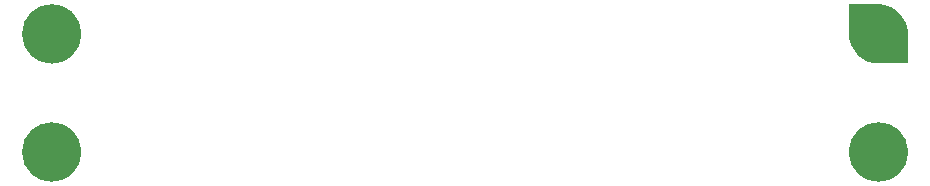
<source format=gts>
%TF.GenerationSoftware,KiCad,Pcbnew,9.0.6-9.0.6~ubuntu22.04.1*%
%TF.CreationDate,2026-01-23T17:01:31+00:00*%
%TF.ProjectId,mm_jacdaptor,6d6d5f6a-6163-4646-9170-746f722e6b69,v0.4*%
%TF.SameCoordinates,PX8d24d00PY37ca3a0*%
%TF.FileFunction,Soldermask,Top*%
%TF.FilePolarity,Negative*%
%FSLAX45Y45*%
G04 Gerber Fmt 4.5, Leading zero omitted, Abs format (unit mm)*
G04 Created by KiCad (PCBNEW 9.0.6-9.0.6~ubuntu22.04.1) date 2026-01-23 17:01:31*
%MOMM*%
%LPD*%
G01*
G04 APERTURE LIST*
%ADD10C,2.500000*%
%ADD11C,0.000000*%
G04 APERTURE END LIST*
%TO.C,MH3*%
D10*
X-3375000Y1100000D02*
G75*
G02*
X-3625000Y1100000I-125000J0D01*
G01*
X-3625000Y1100000D02*
G75*
G02*
X-3375000Y1100000I125000J0D01*
G01*
%TO.C,MH4*%
X3625000Y100000D02*
G75*
G02*
X3375000Y100000I-125000J0D01*
G01*
X3375000Y100000D02*
G75*
G02*
X3625000Y100000I125000J0D01*
G01*
%TO.C,MH2*%
X-3375000Y100000D02*
G75*
G02*
X-3625000Y100000I-125000J0D01*
G01*
X-3625000Y100000D02*
G75*
G02*
X-3375000Y100000I125000J0D01*
G01*
D11*
%TO.C,MH1*%
G36*
X3500000Y1349507D02*
G01*
X3515698Y1349507D01*
X3546845Y1345572D01*
X3577254Y1337764D01*
X3606445Y1326207D01*
X3633957Y1311082D01*
X3659356Y1292628D01*
X3682242Y1271137D01*
X3702254Y1246946D01*
X3719077Y1220439D01*
X3732444Y1192031D01*
X3742146Y1162173D01*
X3748029Y1131333D01*
X3750000Y1100000D01*
X3750000Y850000D01*
X3500000Y850000D01*
X3500000Y850493D01*
X3484302Y850493D01*
X3453155Y854428D01*
X3422746Y862236D01*
X3393555Y873793D01*
X3366043Y888918D01*
X3340644Y907372D01*
X3317758Y928863D01*
X3297746Y953054D01*
X3280923Y979562D01*
X3267556Y1007969D01*
X3257854Y1037828D01*
X3251971Y1068667D01*
X3250000Y1100000D01*
X3250000Y1350000D01*
X3500000Y1350000D01*
X3500000Y1349507D01*
G37*
%TD*%
M02*

</source>
